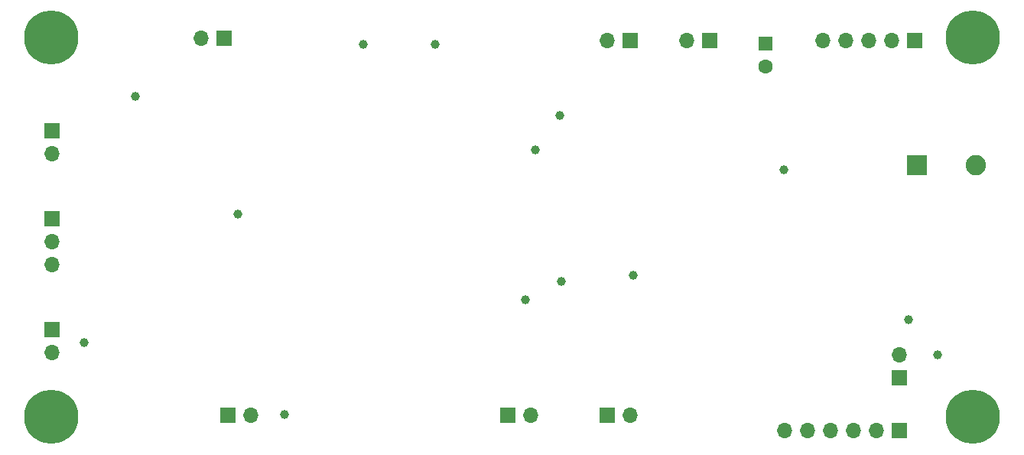
<source format=gbs>
G04 #@! TF.GenerationSoftware,KiCad,Pcbnew,8.0.8*
G04 #@! TF.CreationDate,2025-01-24T13:19:23-06:00*
G04 #@! TF.ProjectId,delay_pedal,64656c61-795f-4706-9564-616c2e6b6963,rev?*
G04 #@! TF.SameCoordinates,Original*
G04 #@! TF.FileFunction,Soldermask,Bot*
G04 #@! TF.FilePolarity,Negative*
%FSLAX46Y46*%
G04 Gerber Fmt 4.6, Leading zero omitted, Abs format (unit mm)*
G04 Created by KiCad (PCBNEW 8.0.8) date 2025-01-24 13:19:23*
%MOMM*%
%LPD*%
G01*
G04 APERTURE LIST*
%ADD10C,1.000000*%
%ADD11C,6.000000*%
%ADD12R,1.700000X1.700000*%
%ADD13O,1.700000X1.700000*%
%ADD14R,2.250000X2.250000*%
%ADD15C,2.250000*%
%ADD16R,1.600000X1.600000*%
%ADD17C,1.600000*%
G04 APERTURE END LIST*
D10*
X119564214Y-98439214D03*
D11*
X98914214Y-78914214D03*
D10*
X155200000Y-87500000D03*
X155400000Y-105900000D03*
D12*
X99000000Y-89210000D03*
D13*
X99000000Y-91750000D03*
D10*
X197000000Y-114000000D03*
D12*
X171750000Y-79250000D03*
D13*
X169210000Y-79250000D03*
D12*
X192800000Y-122400000D03*
D13*
X190260000Y-122400000D03*
X187720000Y-122400000D03*
X185180000Y-122400000D03*
X182640000Y-122400000D03*
X180100000Y-122400000D03*
D14*
X194750000Y-93000000D03*
D15*
X201250000Y-93000000D03*
D10*
X108164214Y-85414214D03*
X133414214Y-79664214D03*
D12*
X99000000Y-111230000D03*
D13*
X99000000Y-113770000D03*
D10*
X141414214Y-79664214D03*
D12*
X118000000Y-79000000D03*
D13*
X115460000Y-79000000D03*
D11*
X200914214Y-120914214D03*
D12*
X99000000Y-98920000D03*
D13*
X99000000Y-101460000D03*
X99000000Y-104000000D03*
D12*
X192800000Y-116575000D03*
D13*
X192800000Y-114035000D03*
D16*
X178000000Y-79567621D03*
D17*
X178000000Y-82067621D03*
D10*
X152500000Y-91300000D03*
D11*
X98914214Y-120914214D03*
D12*
X194500000Y-79250000D03*
D13*
X191960000Y-79250000D03*
X189420000Y-79250000D03*
X186880000Y-79250000D03*
X184340000Y-79250000D03*
D12*
X118460000Y-120750000D03*
D13*
X121000000Y-120750000D03*
D10*
X180000000Y-93500000D03*
X193800000Y-110100000D03*
X151400000Y-107900000D03*
D12*
X160460000Y-120700000D03*
D13*
X163000000Y-120700000D03*
D10*
X163300000Y-105200000D03*
D11*
X200914214Y-78914214D03*
D10*
X124714214Y-120664214D03*
D12*
X149460000Y-120710000D03*
D13*
X152000000Y-120710000D03*
D12*
X163000000Y-79250000D03*
D13*
X160460000Y-79250000D03*
D10*
X102500000Y-112700000D03*
M02*

</source>
